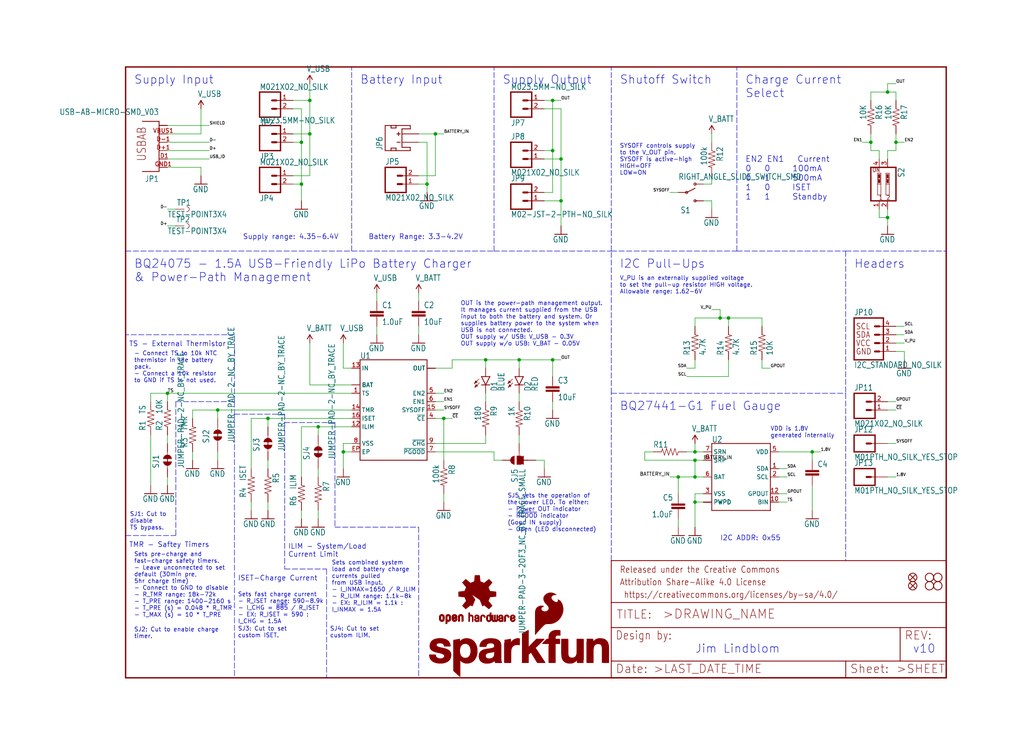
<source format=kicad_sch>
(kicad_sch (version 20211123) (generator eeschema)
  (paper "User" 310.617 225.196)
  (lib_symbols
    (symbol "eagleSchem-eagle-import:1.0UF-16V-10%(0603)"
      (property "Reference" "C" (at 1.524 2.921 0))
      (property "Value" "1.0UF-16V-10%(0603)" (at 1.524 -2.159 0))
      (symbol "1.0UF-16V-10%(0603)_1_0"
        (pin passive line (at 0 5.08 270) (length 2.54) (name "1") (number "1"))
        (pin passive line (at 0 -2.54 90) (length 2.54) (name "2") (number "2"))
      )
    )
    (symbol "eagleSchem-eagle-import:1.0UF50V10%(1206)"
      (property "Reference" "C" (at 1.524 2.921 0))
      (property "Value" "1.0UF50V10%(1206)" (at 1.524 -2.159 0))
      (symbol "1.0UF50V10%(1206)_1_0"
        (pin passive line (at 0 5.08 270) (length 2.54) (name "1") (number "1"))
        (pin passive line (at 0 -2.54 90) (length 2.54) (name "2") (number "2"))
      )
    )
    (symbol "eagleSchem-eagle-import:100KOHM-1{slash}10W-1%(0603)"
      (property "Reference" "R" (at -3.81 1.4986 0))
      (property "Value" "100KOHM-1{slash}10W-1%(0603)" (at -3.81 -3.302 0))
      (symbol "100KOHM-1{slash}10W-1%(0603)_1_0"
        (pin passive line (at -5.08 0 0) (length 2.54) (name "1") (number "1"))
        (pin passive line (at 5.08 0 180) (length 2.54) (name "2") (number "2"))
      )
    )
    (symbol "eagleSchem-eagle-import:10KOHM-1{slash}10W-1%(0603)0603"
      (property "Reference" "R" (at -3.81 1.4986 0))
      (property "Value" "10KOHM-1{slash}10W-1%(0603)0603" (at -3.81 -3.302 0))
      (symbol "10KOHM-1{slash}10W-1%(0603)0603_1_0"
        (pin passive line (at -5.08 0 0) (length 2.54) (name "1") (number "1"))
        (pin passive line (at 5.08 0 180) (length 2.54) (name "2") (number "2"))
      )
    )
    (symbol "eagleSchem-eagle-import:10UF10V10%(0805)"
      (property "Reference" "C" (at 1.524 2.921 0))
      (property "Value" "10UF10V10%(0805)" (at 1.524 -2.159 0))
      (symbol "10UF10V10%(0805)_1_0"
        (pin passive line (at 0 5.08 270) (length 2.54) (name "1") (number "1"))
        (pin passive line (at 0 -2.54 90) (length 2.54) (name "2") (number "2"))
      )
    )
    (symbol "eagleSchem-eagle-import:180OHM1{slash}10W1%(0603)"
      (property "Reference" "R" (at -3.81 1.4986 0))
      (property "Value" "180OHM1{slash}10W1%(0603)" (at -3.81 -3.302 0))
      (symbol "180OHM1{slash}10W1%(0603)_1_0"
        (pin passive line (at -5.08 0 0) (length 2.54) (name "1") (number "1"))
        (pin passive line (at 5.08 0 180) (length 2.54) (name "2") (number "2"))
      )
    )
    (symbol "eagleSchem-eagle-import:1KOHM-1{slash}10W-1%(0603)"
      (property "Reference" "R" (at -3.81 1.4986 0))
      (property "Value" "1KOHM-1{slash}10W-1%(0603)" (at -3.81 -3.302 0))
      (symbol "1KOHM-1{slash}10W-1%(0603)_1_0"
        (pin passive line (at -5.08 0 0) (length 2.54) (name "1") (number "1"))
        (pin passive line (at 5.08 0 180) (length 2.54) (name "2") (number "2"))
      )
    )
    (symbol "eagleSchem-eagle-import:4.7KOHM-1{slash}10W-1%(0603)"
      (property "Reference" "R" (at -3.81 1.4986 0))
      (property "Value" "4.7KOHM-1{slash}10W-1%(0603)" (at -3.81 -3.302 0))
      (symbol "4.7KOHM-1{slash}10W-1%(0603)_1_0"
        (pin passive line (at -5.08 0 0) (length 2.54) (name "1") (number "1"))
        (pin passive line (at 5.08 0 180) (length 2.54) (name "2") (number "2"))
      )
    )
    (symbol "eagleSchem-eagle-import:BQ24075"
      (property "Reference" "U" (at -10.16 15.494 0))
      (property "Value" "BQ24075" (at -10.16 -15.494 0))
      (symbol "BQ24075_1_0"
        (pin bidirectional line (at -12.7 5.08 0) (length 2.54) (name "TS") (number "1"))
        (pin bidirectional line (at 12.7 12.7 180) (length 2.54) (name "OUT") (number "10"))
        (pin bidirectional line (at 12.7 12.7 180) (length 2.54) (name "OUT") (number "11"))
        (pin bidirectional line (at -12.7 -5.08 0) (length 2.54) (name "ILIM") (number "12"))
        (pin bidirectional line (at -12.7 12.7 0) (length 2.54) (name "IN") (number "13"))
        (pin bidirectional line (at -12.7 0 0) (length 2.54) (name "TMR") (number "14"))
        (pin bidirectional line (at 12.7 0 180) (length 2.54) (name "SYSOFF") (number "15"))
        (pin bidirectional line (at -12.7 -2.54 0) (length 2.54) (name "ISET") (number "16"))
        (pin bidirectional line (at -12.7 7.62 0) (length 2.54) (name "BAT") (number "2"))
        (pin bidirectional line (at -12.7 7.62 0) (length 2.54) (name "BAT") (number "3"))
        (pin bidirectional line (at 12.7 -2.54 180) (length 2.54) (name "~{CE}") (number "4"))
        (pin bidirectional line (at 12.7 5.08 180) (length 2.54) (name "EN2") (number "5"))
        (pin bidirectional line (at 12.7 2.54 180) (length 2.54) (name "EN1") (number "6"))
        (pin bidirectional line (at 12.7 -12.7 180) (length 2.54) (name "~{PGOOD}") (number "7"))
        (pin bidirectional line (at -12.7 -10.16 0) (length 2.54) (name "VSS") (number "8"))
        (pin bidirectional line (at 12.7 -10.16 180) (length 2.54) (name "~{CHG}") (number "9"))
        (pin bidirectional line (at -12.7 -12.7 0) (length 2.54) (name "EP") (number "EP"))
      )
    )
    (symbol "eagleSchem-eagle-import:BQ27441-G1"
      (property "Reference" "U" (at -7.62 10.414 0))
      (property "Value" "BQ27441-G1" (at -7.62 -10.414 0))
      (symbol "BQ27441-G1_1_0"
        (pin bidirectional line (at 12.7 2.54 180) (length 2.54) (name "SDA") (number "1"))
        (pin bidirectional line (at 12.7 -7.62 180) (length 2.54) (name "BIN") (number "10"))
        (pin bidirectional line (at 12.7 -5.08 180) (length 2.54) (name "GPOUT") (number "12"))
        (pin bidirectional line (at 12.7 0 180) (length 2.54) (name "SCL") (number "2"))
        (pin bidirectional line (at -10.16 -5.08 0) (length 2.54) (name "VSS") (number "3"))
        (pin bidirectional line (at 12.7 7.62 180) (length 2.54) (name "VDD") (number "5"))
        (pin bidirectional line (at -10.16 0 0) (length 2.54) (name "BAT") (number "6"))
        (pin bidirectional line (at -10.16 7.62 0) (length 2.54) (name "SRN") (number "7"))
        (pin bidirectional line (at -10.16 5.08 0) (length 2.54) (name "SRP") (number "8"))
        (pin bidirectional line (at -10.16 -7.62 0) (length 2.54) (name "PWPD") (number "EP"))
        (pin bidirectional line (at -10.16 -7.62 0) (length 2.54) (name "PWPD") (number "EP1"))
        (pin bidirectional line (at -10.16 -7.62 0) (length 2.54) (name "PWPD") (number "EP2"))
        (pin bidirectional line (at -10.16 -7.62 0) (length 2.54) (name "PWPD") (number "EP3"))
        (pin bidirectional line (at -10.16 -7.62 0) (length 2.54) (name "PWPD") (number "EP4"))
      )
    )
    (symbol "eagleSchem-eagle-import:CAP0603-CAP"
      (property "Reference" "C" (at 1.524 2.921 0))
      (property "Value" "CAP0603-CAP" (at 1.524 -2.159 0))
      (symbol "CAP0603-CAP_1_0"
        (pin passive line (at 0 5.08 270) (length 2.54) (name "1") (number "1"))
        (pin passive line (at 0 -2.54 90) (length 2.54) (name "2") (number "2"))
      )
    )
    (symbol "eagleSchem-eagle-import:FIDUCIAL1X2")
    (symbol "eagleSchem-eagle-import:FRAME-LETTER"
      (symbol "FRAME-LETTER_2_0"
        (text " https://creativecommons.org/licenses/by-sa/4.0/" (at 2.54 24.13 0) (effects (font (size 1.9304 1.6408)) (justify left bottom)))
        (text ">DRAWING_NAME" (at 15.494 17.78 0) (effects (font (size 2.7432 2.7432)) (justify left bottom)))
        (text ">LAST_DATE_TIME" (at 12.7 1.27 0) (effects (font (size 2.54 2.54)) (justify left bottom)))
        (text ">SHEET" (at 86.36 1.27 0) (effects (font (size 2.54 2.54)) (justify left bottom)))
        (text "Attribution Share-Alike 4.0 License" (at 2.54 27.94 0) (effects (font (size 1.9304 1.6408)) (justify left bottom)))
        (text "Date:" (at 1.27 1.27 0) (effects (font (size 2.54 2.54)) (justify left bottom)))
        (text "Design by:" (at 1.27 11.43 0) (effects (font (size 2.54 2.159)) (justify left bottom)))
        (text "Released under the Creative Commons" (at 2.54 31.75 0) (effects (font (size 1.9304 1.6408)) (justify left bottom)))
        (text "REV:" (at 88.9 11.43 0) (effects (font (size 2.54 2.54)) (justify left bottom)))
        (text "Sheet:" (at 72.39 1.27 0) (effects (font (size 2.54 2.54)) (justify left bottom)))
        (text "TITLE:" (at 1.524 17.78 0) (effects (font (size 2.54 2.54)) (justify left bottom)))
      )
    )
    (symbol "eagleSchem-eagle-import:GND" (power)
      (property "Value" "GND" (at -2.54 -2.54 0))
      (symbol "GND_1_0"
        (pin power_in line (at 0 2.54 270) (length 2.54) (name "GND") (number "1"))
      )
    )
    (symbol "eagleSchem-eagle-import:I2C_STANDARD_NO_SILK"
      (property "Reference" "JP" (at -2.54 13.462 0))
      (property "Value" "I2C_STANDARD_NO_SILK" (at -2.54 -2.54 0))
      (symbol "I2C_STANDARD_NO_SILK_1_0"
        (text "GND" (at -2.032 2.54 0) (effects (font (size 1.778 1.5113)) (justify left)))
        (text "SCL" (at -2.032 10.16 0) (effects (font (size 1.778 1.5113)) (justify left)))
        (text "SDA" (at -2.032 7.62 0) (effects (font (size 1.778 1.5113)) (justify left)))
        (text "VCC" (at -2.032 5.08 0) (effects (font (size 1.778 1.5113)) (justify left)))
        (pin passive line (at 10.16 2.54 180) (length 5.08) (name "1") (number "1"))
        (pin passive line (at 10.16 5.08 180) (length 5.08) (name "2") (number "2"))
        (pin passive line (at 10.16 7.62 180) (length 5.08) (name "3") (number "3"))
        (pin passive line (at 10.16 10.16 180) (length 5.08) (name "4") (number "4"))
      )
    )
    (symbol "eagleSchem-eagle-import:JST_2MM_MALE"
      (property "Reference" "JP" (at -2.54 5.842 0))
      (symbol "JST_2MM_MALE_1_0"
        (pin bidirectional line (at 0 -5.08 90) (length 5.08) (name "-") (number "1"))
        (pin bidirectional line (at 2.54 -5.08 90) (length 5.08) (name "+") (number "2"))
        (pin bidirectional line (at -2.54 2.54 90) (length 0) (name "PAD1") (number "NC1"))
        (pin bidirectional line (at 5.08 2.54 90) (length 0) (name "PAD2") (number "NC2"))
      )
    )
    (symbol "eagleSchem-eagle-import:JUMPER-PAD-2-NC_BY_TRACE"
      (property "Reference" "SJ" (at -2.54 2.54 0))
      (property "Value" "JUMPER-PAD-2-NC_BY_TRACE" (at -2.54 -5.08 0))
      (symbol "JUMPER-PAD-2-NC_BY_TRACE_1_0"
        (pin passive line (at -5.08 0 0) (length 2.54) (name "1") (number "1"))
        (pin passive line (at 5.08 0 180) (length 2.54) (name "2") (number "2"))
      )
    )
    (symbol "eagleSchem-eagle-import:JUMPER-PAD-3-2OF3_NC_BY_TRACE_SMALL"
      (property "Reference" "JP" (at 2.54 0.381 0))
      (property "Value" "JUMPER-PAD-3-2OF3_NC_BY_TRACE_SMALL" (at 2.54 -1.905 0))
      (symbol "JUMPER-PAD-3-2OF3_NC_BY_TRACE_SMALL_1_0"
        (pin passive line (at 0 5.08 270) (length 2.54) (name "1") (number "1"))
        (pin passive line (at -5.08 0 0) (length 2.54) (name "2") (number "2"))
        (pin passive line (at 0 -5.08 90) (length 2.54) (name "3") (number "3"))
      )
    )
    (symbol "eagleSchem-eagle-import:LED-BLUE0603"
      (property "Reference" "D" (at 3.556 -4.572 90))
      (property "Value" "LED-BLUE0603" (at 5.715 -4.572 90))
      (symbol "LED-BLUE0603_1_0"
        (pin passive line (at 0 2.54 270) (length 2.54) (name "A") (number "A"))
        (pin passive line (at 0 -5.08 90) (length 2.54) (name "C") (number "C"))
      )
    )
    (symbol "eagleSchem-eagle-import:LED-RED0603"
      (property "Reference" "D" (at 3.556 -4.572 90))
      (property "Value" "LED-RED0603" (at 5.715 -4.572 90))
      (symbol "LED-RED0603_1_0"
        (pin passive line (at 0 2.54 270) (length 2.54) (name "A") (number "A"))
        (pin passive line (at 0 -5.08 90) (length 2.54) (name "C") (number "C"))
      )
    )
    (symbol "eagleSchem-eagle-import:M01PTH_NO_SILK_YES_STOP"
      (property "Reference" "J" (at -2.54 3.302 0))
      (property "Value" "M01PTH_NO_SILK_YES_STOP" (at -2.54 -5.08 0))
      (symbol "M01PTH_NO_SILK_YES_STOP_1_0"
        (pin passive line (at 7.62 0 180) (length 5.08) (name "1") (number "1"))
      )
    )
    (symbol "eagleSchem-eagle-import:M02-JST-2-PTH-NO_SILK"
      (property "Reference" "JP" (at -2.54 5.842 0))
      (property "Value" "M02-JST-2-PTH-NO_SILK" (at -2.54 -5.08 0))
      (symbol "M02-JST-2-PTH-NO_SILK_1_0"
        (pin passive line (at 7.62 0 180) (length 5.08) (name "1") (number "1"))
        (pin passive line (at 7.62 2.54 180) (length 5.08) (name "2") (number "2"))
      )
    )
    (symbol "eagleSchem-eagle-import:M021X02_NO_SILK"
      (property "Reference" "JP" (at -2.54 5.842 0))
      (property "Value" "M021X02_NO_SILK" (at -2.54 -5.08 0))
      (symbol "M021X02_NO_SILK_1_0"
        (pin passive line (at 7.62 0 180) (length 5.08) (name "1") (number "1"))
        (pin passive line (at 7.62 2.54 180) (length 5.08) (name "2") (number "2"))
      )
    )
    (symbol "eagleSchem-eagle-import:M023.5MM-NO_SILK"
      (property "Reference" "JP" (at -2.54 5.842 0))
      (property "Value" "M023.5MM-NO_SILK" (at -2.54 -5.08 0))
      (symbol "M023.5MM-NO_SILK_1_0"
        (pin passive line (at 7.62 0 180) (length 5.08) (name "1") (number "1"))
        (pin passive line (at 7.62 2.54 180) (length 5.08) (name "2") (number "2"))
      )
    )
    (symbol "eagleSchem-eagle-import:OSHW-LOGOS")
    (symbol "eagleSchem-eagle-import:RESISTOR0603-RES"
      (property "Reference" "R" (at -3.81 1.4986 0))
      (property "Value" "RESISTOR0603-RES" (at -3.81 -3.302 0))
      (symbol "RESISTOR0603-RES_1_0"
        (pin passive line (at -5.08 0 0) (length 2.54) (name "1") (number "1"))
        (pin passive line (at 5.08 0 180) (length 2.54) (name "2") (number "2"))
      )
    )
    (symbol "eagleSchem-eagle-import:RESISTOR1206"
      (property "Reference" "R" (at -3.81 1.4986 0))
      (property "Value" "RESISTOR1206" (at -3.81 -3.302 0))
      (symbol "RESISTOR1206_1_0"
        (pin passive line (at -5.08 0 0) (length 2.54) (name "1") (number "1"))
        (pin passive line (at 5.08 0 180) (length 2.54) (name "2") (number "2"))
      )
    )
    (symbol "eagleSchem-eagle-import:RESISTORPTH-1{slash}6W"
      (property "Reference" "R" (at -3.81 1.4986 0))
      (property "Value" "RESISTORPTH-1{slash}6W" (at -3.81 -3.302 0))
      (symbol "RESISTORPTH-1{slash}6W_1_0"
        (pin passive line (at -5.08 0 0) (length 2.54) (name "1") (number "1"))
        (pin passive line (at 5.08 0 180) (length 2.54) (name "2") (number "2"))
      )
    )
    (symbol "eagleSchem-eagle-import:SFE_LOGO_NAME.1_INCH")
    (symbol "eagleSchem-eagle-import:SFE_LOGO_NAME_FLAME.1_INCH")
    (symbol "eagleSchem-eagle-import:STAND-OFF")
    (symbol "eagleSchem-eagle-import:SWITCH-SPDT-SMD-A"
      (property "Reference" "S" (at -1.905 -6.35 0))
      (property "Value" "SWITCH-SPDT-SMD-A" (at -2.54 3.81 0))
      (symbol "SWITCH-SPDT-SMD-A_1_0"
        (pin passive line (at 5.08 2.54 180) (length 2.54) (name "O") (number "1"))
        (pin passive line (at -2.54 0 0) (length 2.54) (name "P") (number "2"))
        (pin passive line (at 5.08 -2.54 180) (length 2.54) (name "S") (number "3"))
      )
    )
    (symbol "eagleSchem-eagle-import:SW_DIP-2-SMT-HALFSIZE"
      (property "Reference" "SW" (at -5.08 3.175 0))
      (property "Value" "SW_DIP-2-SMT-HALFSIZE" (at -5.08 -7.62 0))
      (symbol "SW_DIP-2-SMT-HALFSIZE_1_0"
        (text "1" (at 4.826 -2.667 900) (effects (font (size 1.27 1.0795)) (justify left bottom)))
        (text "2" (at 4.826 -0.381 900) (effects (font (size 1.27 1.0795)) (justify left bottom)))
        (text "ON" (at -3.556 -4.699 900) (effects (font (size 1.27 1.0795)) (justify left bottom)))
        (pin passive line (at 7.62 -2.54 180) (length 2.54) (name "1") (number "1"))
        (pin passive line (at 7.62 0 180) (length 2.54) (name "2") (number "2"))
        (pin passive line (at -7.62 0 0) (length 2.54) (name "3") (number "3"))
        (pin passive line (at -7.62 -2.54 0) (length 2.54) (name "4") (number "4"))
      )
    )
    (symbol "eagleSchem-eagle-import:TEST-POINT3X4"
      (property "Reference" "TP" (at -2.54 2.54 0))
      (property "Value" "TEST-POINT3X4" (at -2.54 -2.54 0))
      (symbol "TEST-POINT3X4_1_0"
        (pin bidirectional line (at 0 0 180) (length 0) (name "1") (number "P$1"))
      )
    )
    (symbol "eagleSchem-eagle-import:USB-ABCONN-11794"
      (property "Reference" "JP" (at -2.54 7.62 0))
      (property "Value" "USB-ABCONN-11794" (at -2.54 -12.7 0))
      (symbol "USB-ABCONN-11794_1_0"
        (text "USBAB" (at 1.27 -7.366 900) (effects (font (size 2.54 2.159)) (justify left bottom)))
        (pin bidirectional line (at -5.08 0 0) (length 2.54) (name "D+") (number "D+1"))
        (pin bidirectional line (at -5.08 -2.54 0) (length 2.54) (name "D-") (number "D-1"))
        (pin bidirectional line (at -5.08 5.08 0) (length 2.54) (name "GND") (number "GND1"))
        (pin bidirectional line (at -5.08 2.54 0) (length 2.54) (name "USBID") (number "ID1"))
        (pin bidirectional line (at -5.08 -7.62 0) (length 2.54) (name "SHIELD") (number "SHIELD1"))
        (pin bidirectional line (at -5.08 -7.62 0) (length 2.54) (name "SHIELD") (number "SHIELD2"))
        (pin bidirectional line (at -5.08 -7.62 0) (length 2.54) (name "SHIELD") (number "SHIELD3"))
        (pin bidirectional line (at -5.08 -5.08 0) (length 2.54) (name "VBUS") (number "VBUS1"))
      )
    )
    (symbol "eagleSchem-eagle-import:V_BATT" (power)
      (property "Value" "V_BATT" (at -1.016 3.556 0))
      (symbol "V_BATT_1_0"
        (pin power_in line (at 0 0 90) (length 2.54) (name "V_BATT") (number "1"))
      )
    )
    (symbol "eagleSchem-eagle-import:V_USB" (power)
      (property "Value" "V_USB" (at -1.016 3.556 0))
      (symbol "V_USB_1_0"
        (pin power_in line (at 0 0 90) (length 2.54) (name "V_USB") (number "1"))
      )
    )
  )
  (junction (at 134.62 127))
  (junction (at 167.64 45.72))
  (junction (at 66.04 124.46))
  (junction (at 269.24 27.94))
  (junction (at 205.74 144.78))
  (junction (at 210.82 152.4))
  (junction (at 157.48 109.22))
  (junction (at 264.16 43.18))
  (junction (at 104.14 137.16))
  (junction (at 132.08 40.64))
  (junction (at 91.44 55.88))
  (junction (at 170.18 60.96))
  (junction (at 246.38 137.16))
  (junction (at 167.64 109.22))
  (junction (at 210.82 139.7))
  (junction (at 271.78 43.18))
  (junction (at 50.8 119.38))
  (junction (at 93.98 40.64))
  (junction (at 96.52 129.54))
  (junction (at 167.64 30.48))
  (junction (at 91.44 43.18))
  (junction (at 170.18 48.26))
  (junction (at 81.28 127))
  (junction (at 269.24 66.04))
  (junction (at 93.98 30.48))
  (junction (at 147.32 109.22))
  (junction (at 218.44 96.52))
  (junction (at 210.82 137.16))
  (junction (at 220.98 96.52))
  (junction (at 210.82 144.78))
  (junction (at 129.54 55.88))
  (wire (pts (xy 50.8 43.18) (xy 63.5 43.18)))
  (polyline (pts (xy 106.68 76.2) (xy 106.68 20.32)))
  (wire (pts (xy 106.68 111.76) (xy 104.14 111.76)))
  (wire (pts (xy 81.28 154.94) (xy 81.28 152.4)))
  (wire (pts (xy 53.34 68.58) (xy 50.8 68.58)))
  (wire (pts (xy 264.16 43.18) (xy 264.16 40.64)))
  (wire (pts (xy 106.68 129.54) (xy 96.52 129.54)))
  (wire (pts (xy 231.14 99.06) (xy 231.14 96.52)))
  (wire (pts (xy 76.2 152.4) (xy 76.2 154.94)))
  (wire (pts (xy 132.08 124.46) (xy 134.62 124.46)))
  (polyline (pts (xy 149.86 76.2) (xy 149.86 20.32)))
  (wire (pts (xy 215.9 60.96) (xy 215.9 63.5)))
  (wire (pts (xy 127 55.88) (xy 129.54 55.88)))
  (wire (pts (xy 236.22 149.86) (xy 238.76 149.86)))
  (wire (pts (xy 88.9 33.02) (xy 91.44 33.02)))
  (polyline (pts (xy 71.12 101.6) (xy 38.1 101.6)))
  (polyline (pts (xy 86.36 172.72) (xy 99.06 172.72)))
  (wire (pts (xy 271.78 99.06) (xy 274.32 99.06)))
  (wire (pts (xy 231.14 111.76) (xy 233.68 111.76)))
  (wire (pts (xy 266.7 48.26) (xy 266.7 45.72)))
  (wire (pts (xy 218.44 93.98) (xy 215.9 93.98)))
  (wire (pts (xy 269.24 124.46) (xy 271.78 124.46)))
  (polyline (pts (xy 256.54 76.2) (xy 287.02 76.2)))
  (wire (pts (xy 88.9 30.48) (xy 93.98 30.48)))
  (wire (pts (xy 210.82 109.22) (xy 210.82 111.76)))
  (wire (pts (xy 96.52 144.78) (xy 96.52 142.24)))
  (wire (pts (xy 266.7 66.04) (xy 269.24 66.04)))
  (wire (pts (xy 50.8 119.38) (xy 45.72 119.38)))
  (polyline (pts (xy 185.42 119.38) (xy 185.42 76.2)))
  (wire (pts (xy 210.82 111.76) (xy 208.28 111.76)))
  (wire (pts (xy 157.48 111.76) (xy 157.48 109.22)))
  (wire (pts (xy 210.82 144.78) (xy 205.74 144.78)))
  (wire (pts (xy 132.08 119.38) (xy 134.62 119.38)))
  (wire (pts (xy 269.24 66.04) (xy 269.24 63.5)))
  (polyline (pts (xy 106.68 76.2) (xy 149.86 76.2)))
  (wire (pts (xy 147.32 109.22) (xy 157.48 109.22)))
  (wire (pts (xy 215.9 55.88) (xy 215.9 53.34)))
  (wire (pts (xy 274.32 43.18) (xy 271.78 43.18)))
  (wire (pts (xy 76.2 142.24) (xy 76.2 127)))
  (wire (pts (xy 91.44 43.18) (xy 91.44 55.88)))
  (wire (pts (xy 165.1 58.42) (xy 167.64 58.42)))
  (polyline (pts (xy 71.12 125.73) (xy 86.36 125.73)))
  (wire (pts (xy 165.1 33.02) (xy 170.18 33.02)))
  (wire (pts (xy 66.04 139.7) (xy 66.04 137.16)))
  (wire (pts (xy 106.68 116.84) (xy 93.98 116.84)))
  (wire (pts (xy 66.04 124.46) (xy 58.42 124.46)))
  (polyline (pts (xy 53.34 121.92) (xy 53.34 162.56)))
  (wire (pts (xy 170.18 60.96) (xy 170.18 68.58)))
  (wire (pts (xy 58.42 124.46) (xy 58.42 127)))
  (polyline (pts (xy 185.42 170.18) (xy 185.42 119.38)))
  (wire (pts (xy 58.42 139.7) (xy 58.42 137.16)))
  (wire (pts (xy 129.54 43.18) (xy 129.54 55.88)))
  (wire (pts (xy 106.68 124.46) (xy 66.04 124.46)))
  (wire (pts (xy 149.86 137.16) (xy 149.86 139.7)))
  (wire (pts (xy 127 101.6) (xy 127 99.06)))
  (wire (pts (xy 248.92 137.16) (xy 246.38 137.16)))
  (wire (pts (xy 213.36 60.96) (xy 215.9 60.96)))
  (wire (pts (xy 66.04 127) (xy 66.04 124.46)))
  (wire (pts (xy 210.82 137.16) (xy 208.28 137.16)))
  (wire (pts (xy 129.54 55.88) (xy 129.54 58.42)))
  (wire (pts (xy 127 53.34) (xy 132.08 53.34)))
  (wire (pts (xy 195.58 137.16) (xy 198.12 137.16)))
  (wire (pts (xy 106.68 134.62) (xy 104.14 134.62)))
  (wire (pts (xy 269.24 27.94) (xy 271.78 27.94)))
  (polyline (pts (xy 71.12 121.92) (xy 71.12 101.6)))
  (polyline (pts (xy 101.6 128.27) (xy 101.6 160.02)))
  (wire (pts (xy 165.1 142.24) (xy 165.1 139.7)))
  (wire (pts (xy 271.78 43.18) (xy 271.78 40.64)))
  (wire (pts (xy 149.86 139.7) (xy 152.4 139.7)))
  (polyline (pts (xy 86.36 125.73) (xy 86.36 128.27)))
  (wire (pts (xy 264.16 30.48) (xy 264.16 27.94)))
  (wire (pts (xy 165.1 30.48) (xy 167.64 30.48)))
  (wire (pts (xy 213.36 137.16) (xy 210.82 137.16)))
  (polyline (pts (xy 71.12 125.73) (xy 71.12 205.74)))
  (wire (pts (xy 45.72 121.92) (xy 45.72 119.38)))
  (wire (pts (xy 220.98 109.22) (xy 220.98 114.3)))
  (wire (pts (xy 147.32 134.62) (xy 147.32 132.08)))
  (wire (pts (xy 271.78 43.18) (xy 271.78 45.72)))
  (wire (pts (xy 210.82 144.78) (xy 213.36 144.78)))
  (wire (pts (xy 264.16 27.94) (xy 269.24 27.94)))
  (wire (pts (xy 261.62 43.18) (xy 264.16 43.18)))
  (wire (pts (xy 127 40.64) (xy 132.08 40.64)))
  (wire (pts (xy 50.8 134.62) (xy 50.8 132.08)))
  (wire (pts (xy 218.44 96.52) (xy 218.44 93.98)))
  (wire (pts (xy 137.16 111.76) (xy 137.16 109.22)))
  (wire (pts (xy 50.8 119.38) (xy 50.8 121.92)))
  (wire (pts (xy 50.8 147.32) (xy 50.8 144.78)))
  (wire (pts (xy 220.98 99.06) (xy 220.98 96.52)))
  (wire (pts (xy 271.78 101.6) (xy 274.32 101.6)))
  (wire (pts (xy 96.52 157.48) (xy 96.52 154.94)))
  (wire (pts (xy 93.98 116.84) (xy 93.98 104.14)))
  (wire (pts (xy 167.64 124.46) (xy 167.64 121.92)))
  (wire (pts (xy 134.62 127) (xy 134.62 139.7)))
  (wire (pts (xy 157.48 134.62) (xy 157.48 132.08)))
  (wire (pts (xy 45.72 132.08) (xy 45.72 147.32)))
  (wire (pts (xy 147.32 111.76) (xy 147.32 109.22)))
  (wire (pts (xy 91.44 33.02) (xy 91.44 43.18)))
  (wire (pts (xy 104.14 111.76) (xy 104.14 104.14)))
  (wire (pts (xy 114.3 88.9) (xy 114.3 91.44)))
  (wire (pts (xy 50.8 45.72) (xy 63.5 45.72)))
  (wire (pts (xy 167.64 58.42) (xy 167.64 45.72)))
  (wire (pts (xy 220.98 96.52) (xy 218.44 96.52)))
  (wire (pts (xy 91.44 55.88) (xy 91.44 60.96)))
  (wire (pts (xy 81.28 129.54) (xy 81.28 127)))
  (wire (pts (xy 93.98 40.64) (xy 93.98 30.48)))
  (wire (pts (xy 210.82 139.7) (xy 195.58 139.7)))
  (wire (pts (xy 220.98 114.3) (xy 208.28 114.3)))
  (wire (pts (xy 170.18 33.02) (xy 170.18 48.26)))
  (wire (pts (xy 147.32 119.38) (xy 147.32 121.92)))
  (wire (pts (xy 167.64 45.72) (xy 167.64 30.48)))
  (wire (pts (xy 81.28 127) (xy 76.2 127)))
  (wire (pts (xy 266.7 45.72) (xy 264.16 45.72)))
  (wire (pts (xy 210.82 137.16) (xy 210.82 134.62)))
  (wire (pts (xy 132.08 127) (xy 134.62 127)))
  (wire (pts (xy 274.32 106.68) (xy 274.32 109.22)))
  (wire (pts (xy 269.24 144.78) (xy 271.78 144.78)))
  (wire (pts (xy 167.64 30.48) (xy 170.18 30.48)))
  (wire (pts (xy 134.62 152.4) (xy 134.62 149.86)))
  (wire (pts (xy 210.82 139.7) (xy 210.82 144.78)))
  (wire (pts (xy 81.28 139.7) (xy 81.28 142.24)))
  (wire (pts (xy 96.52 132.08) (xy 96.52 129.54)))
  (wire (pts (xy 205.74 144.78) (xy 203.2 144.78)))
  (wire (pts (xy 60.96 50.8) (xy 60.96 53.34)))
  (wire (pts (xy 50.8 50.8) (xy 60.96 50.8)))
  (wire (pts (xy 205.74 149.86) (xy 205.74 144.78)))
  (wire (pts (xy 162.56 139.7) (xy 165.1 139.7)))
  (wire (pts (xy 170.18 48.26) (xy 170.18 60.96)))
  (wire (pts (xy 91.44 157.48) (xy 91.44 154.94)))
  (wire (pts (xy 195.58 139.7) (xy 195.58 137.16)))
  (wire (pts (xy 88.9 55.88) (xy 91.44 55.88)))
  (wire (pts (xy 96.52 129.54) (xy 91.44 129.54)))
  (wire (pts (xy 269.24 66.04) (xy 269.24 68.58)))
  (wire (pts (xy 210.82 152.4) (xy 210.82 160.02)))
  (wire (pts (xy 93.98 53.34) (xy 93.98 40.64)))
  (wire (pts (xy 93.98 30.48) (xy 93.98 25.4)))
  (wire (pts (xy 104.14 134.62) (xy 104.14 137.16)))
  (wire (pts (xy 205.74 160.02) (xy 205.74 157.48)))
  (polyline (pts (xy 127 160.02) (xy 127 205.74)))
  (wire (pts (xy 271.78 106.68) (xy 274.32 106.68)))
  (wire (pts (xy 269.24 27.94) (xy 269.24 25.4)))
  (wire (pts (xy 104.14 137.16) (xy 104.14 142.24)))
  (wire (pts (xy 132.08 137.16) (xy 149.86 137.16)))
  (wire (pts (xy 271.78 27.94) (xy 271.78 30.48)))
  (wire (pts (xy 106.68 119.38) (xy 50.8 119.38)))
  (wire (pts (xy 213.36 152.4) (xy 210.82 152.4)))
  (wire (pts (xy 132.08 111.76) (xy 137.16 111.76)))
  (wire (pts (xy 264.16 43.18) (xy 264.16 45.72)))
  (wire (pts (xy 60.96 40.64) (xy 60.96 33.02)))
  (wire (pts (xy 210.82 96.52) (xy 218.44 96.52)))
  (wire (pts (xy 210.82 149.86) (xy 210.82 152.4)))
  (wire (pts (xy 165.1 60.96) (xy 170.18 60.96)))
  (wire (pts (xy 106.68 127) (xy 81.28 127)))
  (wire (pts (xy 246.38 154.94) (xy 246.38 147.32)))
  (polyline (pts (xy 71.12 121.92) (xy 71.12 125.73)))
  (polyline (pts (xy 256.54 119.38) (xy 256.54 170.18)))
  (wire (pts (xy 137.16 109.22) (xy 147.32 109.22)))
  (polyline (pts (xy 185.42 119.38) (xy 256.54 119.38)))
  (wire (pts (xy 106.68 137.16) (xy 104.14 137.16)))
  (wire (pts (xy 231.14 96.52) (xy 220.98 96.52)))
  (polyline (pts (xy 101.6 128.27) (xy 86.36 128.27)))
  (wire (pts (xy 269.24 48.26) (xy 269.24 45.72)))
  (wire (pts (xy 88.9 40.64) (xy 93.98 40.64)))
  (polyline (pts (xy 223.52 76.2) (xy 223.52 20.32)))
  (wire (pts (xy 157.48 119.38) (xy 157.48 121.92)))
  (wire (pts (xy 134.62 127) (xy 137.16 127)))
  (wire (pts (xy 236.22 142.24) (xy 238.76 142.24)))
  (wire (pts (xy 269.24 121.92) (xy 271.78 121.92)))
  (polyline (pts (xy 256.54 76.2) (xy 256.54 119.38)))
  (polyline (pts (xy 38.1 76.2) (xy 106.68 76.2)))
  (polyline (pts (xy 99.06 172.72) (xy 99.06 205.74)))
  (polyline (pts (xy 38.1 162.56) (xy 53.34 162.56)))
  (wire (pts (xy 213.36 149.86) (xy 210.82 149.86)))
  (polyline (pts (xy 223.52 76.2) (xy 256.54 76.2)))
  (wire (pts (xy 231.14 109.22) (xy 231.14 111.76)))
  (wire (pts (xy 167.64 109.22) (xy 170.18 109.22)))
  (wire (pts (xy 246.38 137.16) (xy 246.38 139.7)))
  (wire (pts (xy 88.9 43.18) (xy 91.44 43.18)))
  (wire (pts (xy 269.24 25.4) (xy 271.78 25.4)))
  (wire (pts (xy 236.22 144.78) (xy 238.76 144.78)))
  (polyline (pts (xy 185.42 76.2) (xy 185.42 20.32)))
  (polyline (pts (xy 53.34 121.92) (xy 71.12 121.92)))
  (wire (pts (xy 88.9 53.34) (xy 93.98 53.34)))
  (wire (pts (xy 91.44 129.54) (xy 91.44 144.78)))
  (wire (pts (xy 205.74 58.42) (xy 203.2 58.42)))
  (wire (pts (xy 165.1 48.26) (xy 170.18 48.26)))
  (wire (pts (xy 213.36 139.7) (xy 210.82 139.7)))
  (wire (pts (xy 167.64 114.3) (xy 167.64 109.22)))
  (wire (pts (xy 157.48 109.22) (xy 167.64 109.22)))
  (wire (pts (xy 50.8 38.1) (xy 63.5 38.1)))
  (wire (pts (xy 132.08 53.34) (xy 132.08 40.64)))
  (wire (pts (xy 127 88.9) (xy 127 91.44)))
  (wire (pts (xy 215.9 40.64) (xy 215.9 43.18)))
  (wire (pts (xy 127 43.18) (xy 129.54 43.18)))
  (polyline (pts (xy 185.42 76.2) (xy 223.52 76.2)))
  (wire (pts (xy 266.7 66.04) (xy 266.7 63.5)))
  (wire (pts (xy 165.1 45.72) (xy 167.64 45.72)))
  (wire (pts (xy 210.82 96.52) (xy 210.82 99.06)))
  (wire (pts (xy 50.8 40.64) (xy 60.96 40.64)))
  (wire (pts (xy 53.34 63.5) (xy 50.8 63.5)))
  (wire (pts (xy 236.22 152.4) (xy 238.76 152.4)))
  (wire (pts (xy 132.08 121.92) (xy 134.62 121.92)))
  (polyline (pts (xy 86.36 128.27) (xy 86.36 172.72)))
  (wire (pts (xy 132.08 134.62) (xy 147.32 134.62)))
  (polyline (pts (xy 101.6 160.02) (xy 127 160.02)))
  (wire (pts (xy 236.22 137.16) (xy 246.38 137.16)))
  (wire (pts (xy 269.24 134.62) (xy 271.78 134.62)))
  (wire (pts (xy 271.78 104.14) (xy 274.32 104.14)))
  (wire (pts (xy 213.36 55.88) (xy 215.9 55.88)))
  (polyline (pts (xy 149.86 76.2) (xy 185.42 76.2)))
  (wire (pts (xy 50.8 48.26) (xy 63.5 48.26)))
  (wire (pts (xy 114.3 101.6) (xy 114.3 99.06)))
  (wire (pts (xy 269.24 45.72) (xy 271.78 45.72)))
  (wire (pts (xy 132.08 40.64) (xy 134.62 40.64)))
  (text "ILIM - System/Load\nCurrent Limit" (at 87.376 165.1 180) (effects (font (size 1.524 1.524)) (justify left top)))
  (text "Jim Lindblom" (at 210.82 195.58 180) (effects (font (size 2.54 2.54)) (justify left top)))
  (text "TMR - Saftey Timers" (at 39.116 164.592 180) (effects (font (size 1.524 1.524)) (justify left top)))
  (text "VDD is 1.8V\ngenerated internally" (at 233.68 129.54 180) (effects (font (size 1.27 1.27)) (justify left top)))
  (text "Headers" (at 259.08 78.74 180) (effects (font (size 2.54 2.54)) (justify left top)))
  (text "SJ4: Cut to set\ncustom ILIM." (at 100.076 190.246 180) (effects (font (size 1.27 1.27)) (justify left top)))
  (text "Sets fast charge current\n- R_ISET range: 590-8.9k\n- I_CHG = ~{885} / R_ISET\n- EX: R_ISET = 590 :\nI_CHG = 1.5A" (at 72.136 179.832 0) (effects (font (size 1.27 1.27)) (justify left top)))
  (text "EN2 EN1   Current\n0   0     100mA\n0   1     500mA\n1   0     ISET\n1   1     Standby" (at 226.06 60.96 0) (effects (font (size 1.778 1.778)) (justify left bottom)))
  (text "Shutoff Switch" (at 187.96 22.86 180) (effects (font (size 2.54 2.54)) (justify left top)))
  (text "SJ5 sets the operation of\nthe power LED. To either:\n- Power OUT indicator\n- ~{PGOOD} indicator\n(Good IN supply)\n- Open (LED disconnected)" (at 153.924 149.86 0) (effects (font (size 1.27 1.27)) (justify left top)))
  (text "Battery Input" (at 109.22 22.86 180) (effects (font (size 2.54 2.54)) (justify left top)))
  (text "BQ24075 - 1.5A USB-Friendly LiPo Battery Charger\n& Power-Path Management" (at 40.64 78.74 0) (effects (font (size 2.54 2.54)) (justify left top)))
  (text "ISET-Charge Current" (at 72.136 174.752 180) (effects (font (size 1.524 1.524)) (justify left top)))
  (text "Sets combined system\nload and battery charge\ncurrents pulled\nfrom USB input.\n- I_INMAX=1650 / R_ILIM\n- R_ILIM range: 1.1k-8k\n- EX: R_ILIM = 1.1k :\nI_INMAX = 1.5A" (at 100.584 170.18 0) (effects (font (size 1.27 1.27)) (justify left top)))
  (text "OUT is the power-path management output.\nIt manages current supplied from the USB\ninput to both the battery and system. Or\nsupplies battery power to the system when\nUSB is not connected.\nOUT supply w/ USB: V_USB - 0.3V\nOUT supply w/o USB: V_BAT - 0.05V" (at 139.7 91.44 0) (effects (font (size 1.27 1.27)) (justify left top)))
  (text "Charge Current\nSelect" (at 226.06 22.86 180) (effects (font (size 2.54 2.54)) (justify left top)))
  (text "V_PU is an externally supplied voltage\nto set the pull-up resistor HIGH voltage.\nAllowable range: 1.62-6V" (at 187.96 83.82 0) (effects (font (size 1.27 1.27)) (justify left top)))
  (text "- Connect TS to 10k NTC\nthermistor in the battery\npack.\n- Connect a 10k resistor\nto GND if TS is not used." (at 40.64 106.68 0) (effects (font (size 1.27 1.27)) (justify left top)))
  (text "I2C Pull-Ups" (at 187.96 78.74 180) (effects (font (size 2.54 2.54)) (justify left top)))
  (text "v10" (at 276.86 195.58 180) (effects (font (size 2.54 2.54)) (justify left top)))
  (text "SYSOFF controls supply\nto the V_OUT pin.\nSYSOFF is active-high\nHIGH=OFF\nLOW=ON" (at 187.96 53.34 0) (effects (font (size 1.27 1.27)) (justify left bottom)))
  (text "SJ2: Cut to enable charge\ntimer." (at 40.64 190.5 180) (effects (font (size 1.27 1.27)) (justify left top)))
  (text "Supply Input" (at 40.64 22.86 180) (effects (font (size 2.54 2.54)) (justify left top)))
  (text "SJ1: Cut to\ndisable\nTS bypass." (at 39.37 161.036 180) (effects (font (size 1.27 1.27)) (justify left bottom)))
  (text "Supply Output" (at 152.4 22.86 180) (effects (font (size 2.54 2.54)) (justify left top)))
  (text "Sets pre-charge and\nfast-charge safety timers.\n- Leave unconnected to set\ndefault (30min pre,\n5hr charge time)\n- Connect to GND to disable\n- R_TMR range: 18k-72k\n- T_PRE range: 1400-2160 s\n- T_PRE (s) = 0.048 * R_TMR\n- T_MAX (s) = 10 * T_PRE" (at 40.64 167.64 0) (effects (font (size 1.27 1.27)) (justify left top)))
  (text "Supply range: 4.35-6.4V" (at 73.66 71.12 180) (effects (font (size 1.524 1.524)) (justify left top)))
  (text "TS - External Thermistor" (at 39.116 103.632 180) (effects (font (size 1.524 1.524)) (justify left top)))
  (text "Battery Range: 3.3-4.2V" (at 111.76 71.12 180) (effects (font (size 1.524 1.524)) (justify left top)))
  (text "I2C ADDR: 0x55" (at 218.44 162.56 180) (effects (font (size 1.524 1.524)) (justify left top)))
  (text "BQ27441-G1 Fuel Gauge" (at 187.96 121.92 180) (effects (font (size 2.54 2.54)) (justify left top)))
  (text "SJ3: Cut to set\ncustom ISET." (at 72.136 190.246 180) (effects (font (size 1.27 1.27)) (justify left top)))
  (label "D-" (at 50.8 63.5 180) (effects (font (size 0.889 0.889))))
  (label "EN1" (at 261.62 43.18 180) (effects (font (size 0.889 0.889))))
  (label "1.8V" (at 271.78 144.78 0) (effects (font (size 0.889 0.889))))
  (label "SYSOFF" (at 203.2 58.42 180) (effects (font (size 0.889 0.889))))
  (label "V_PU" (at 215.9 93.98 180) (effects (font (size 0.889 0.889))))
  (label "SCL" (at 274.32 99.06 0) (effects (font (size 0.889 0.889))))
  (label "SYSOFF" (at 134.62 124.46 0) (effects (font (size 0.889 0.889))))
  (label "BATTERY_IN" (at 134.62 40.64 0) (effects (font (size 0.889 0.889))))
  (label "OUT" (at 170.18 30.48 0) (effects (font (size 0.889 0.889))))
  (label "OUT" (at 170.18 109.22 0) (effects (font (size 0.889 0.889))))
  (label "OUT" (at 271.78 25.4 0) (effects (font (size 0.889 0.889))))
  (label "SYSOFF" (at 271.78 134.62 0) (effects (font (size 0.889 0.889))))
  (label "~{CE}" (at 137.16 127 0) (effects (font (size 0.889 0.889))))
  (label "EN1" (at 134.62 121.92 0) (effects (font (size 0.889 0.889))))
  (label "D+" (at 63.5 45.72 0) (effects (font (size 0.889 0.889))))
  (label "SCL" (at 208.28 114.3 180) (effects (font (size 0.889 0.889))))
  (label "SDA" (at 274.32 101.6 0) (effects (font (size 0.889 0.889))))
  (label "SHIELD" (at 63.5 38.1 0) (effects (font (size 0.889 0.889))))
  (label "D+" (at 50.8 68.58 180) (effects (font (size 0.889 0.889))))
  (label "GPOUT" (at 271.78 121.92 0) (effects (font (size 0.889 0.889))))
  (label "~{CE}" (at 271.78 124.46 0) (effects (font (size 0.889 0.889))))
  (label "BATTERY_IN" (at 213.36 139.7 0) (effects (font (size 1.016 1.016))))
  (label "SCL" (at 238.76 144.78 0) (effects (font (size 0.889 0.889))))
  (label "TS" (at 50.8 119.38 0) (effects (font (size 1.016 1.016))))
  (label "USB_ID" (at 63.5 48.26 0) (effects (font (size 0.889 0.889))))
  (label "EN2" (at 274.32 43.18 0) (effects (font (size 0.889 0.889))))
  (label "TS" (at 238.76 152.4 0) (effects (font (size 0.889 0.889))))
  (label "EN2" (at 134.62 119.38 0) (effects (font (size 0.889 0.889))))
  (label "1.8V" (at 248.92 137.16 0) (effects (font (size 0.889 0.889))))
  (label "D-" (at 63.5 43.18 0) (effects (font (size 0.889 0.889))))
  (label "V_PU" (at 274.32 104.14 0) (effects (font (size 0.889 0.889))))
  (label "GPOUT" (at 233.68 111.76 0) (effects (font (size 0.889 0.889))))
  (label "SDA" (at 208.28 111.76 180) (effects (font (size 0.889 0.889))))
  (label "BATTERY_IN" (at 203.2 144.78 180) (effects (font (size 1.0668 1.0668))))
  (label "SDA" (at 238.76 142.24 0) (effects (font (size 0.889 0.889))))
  (label "GPOUT" (at 238.76 149.86 0) (effects (font (size 0.889 0.889))))
  (symbol (lib_id "eagleSchem-eagle-import:GND") (at 104.14 144.78 0) (unit 1)
    (property "Reference" "#GND10" (effects hide))
    (property "Value" "GND" (at 101.6 147.32 0) (effects (font (size 1.778 1.5113)) (justify left bottom)))
    (property "Footprint" "eagleSchem:" (effects hide))
  )
  (symbol (lib_id "eagleSchem-eagle-import:4.7KOHM-1{slash}10W-1%(0603)") (at 220.98 104.14 90) (unit 1)
    (property "Reference" "R14" (at 219.4814 107.95 0) (effects (font (size 1.778 1.5113)) (justify left bottom)))
    (property "Value" "4.7K" (at 224.282 107.95 0) (effects (font (size 1.778 1.5113)) (justify left bottom)))
    (property "Footprint" "eagleSchem:0603-RES" (effects hide))
  )
  (symbol (lib_id "eagleSchem-eagle-import:V_USB") (at 60.96 33.02 0) (unit 1)
    (property "Reference" "#SUPPLY1" (effects hide))
    (property "Value" "V_USB" (at 59.944 29.464 0) (effects (font (size 1.778 1.5113)) (justify left bottom)))
    (property "Footprint" "eagleSchem:" (effects hide))
  )
  (symbol (lib_id "eagleSchem-eagle-import:V_BATT") (at 127 88.9 0) (unit 1)
    (property "Reference" "#SUPPLY6" (effects hide))
    (property "Value" "V_BATT" (at 125.984 85.344 0) (effects (font (size 1.778 1.5113)) (justify left bottom)))
    (property "Footprint" "eagleSchem:" (effects hide))
  )
  (symbol (lib_id "eagleSchem-eagle-import:FRAME-LETTER") (at 38.1 205.74 0) (unit 1)
    (property "Reference" "FRAME1" (effects hide))
    (property "Value" "FRAME-LETTER" (effects hide))
    (property "Footprint" "eagleSchem:CREATIVE_COMMONS" (effects hide))
  )
  (symbol (lib_id "eagleSchem-eagle-import:M021X02_NO_SILK") (at 81.28 53.34 0) (mirror x) (unit 1)
    (property "Reference" "JP4" (at 78.74 59.182 0) (effects (font (size 1.778 1.5113)) (justify left bottom)))
    (property "Value" "M021X02_NO_SILK" (at 78.74 48.26 0) (effects (font (size 1.778 1.5113)) (justify left bottom)))
    (property "Footprint" "eagleSchem:1X02_NO_SILK" (effects hide))
  )
  (symbol (lib_id "eagleSchem-eagle-import:GND") (at 60.96 55.88 0) (unit 1)
    (property "Reference" "#GND3" (effects hide))
    (property "Value" "GND" (at 58.42 58.42 0) (effects (font (size 1.778 1.5113)) (justify left bottom)))
    (property "Footprint" "eagleSchem:" (effects hide))
  )
  (symbol (lib_id "eagleSchem-eagle-import:JUMPER-PAD-2-NC_BY_TRACE") (at 81.28 134.62 90) (unit 1)
    (property "Reference" "SJ3" (at 78.74 137.16 0) (effects (font (size 1.778 1.5113)) (justify left bottom)))
    (property "Value" "JUMPER-PAD-2-NC_BY_TRACE" (at 86.36 137.16 0) (effects (font (size 1.778 1.5113)) (justify left bottom)))
    (property "Footprint" "eagleSchem:PAD-JUMPER-2-NC_BY_TRACE_YES_SILK" (effects hide))
  )
  (symbol (lib_id "eagleSchem-eagle-import:GND") (at 246.38 157.48 0) (unit 1)
    (property "Reference" "#GND19" (effects hide))
    (property "Value" "GND" (at 243.84 160.02 0) (effects (font (size 1.778 1.5113)) (justify left bottom)))
    (property "Footprint" "eagleSchem:" (effects hide))
  )
  (symbol (lib_id "eagleSchem-eagle-import:10KOHM-1{slash}10W-1%(0603)0603") (at 264.16 35.56 270) (unit 1)
    (property "Reference" "R16" (at 265.6586 31.75 0) (effects (font (size 1.778 1.5113)) (justify left bottom)))
    (property "Value" "10K" (at 260.858 31.75 0) (effects (font (size 1.778 1.5113)) (justify left bottom)))
    (property "Footprint" "eagleSchem:0603-RES" (effects hide))
  )
  (symbol (lib_id "eagleSchem-eagle-import:V_BATT") (at 215.9 40.64 0) (unit 1)
    (property "Reference" "#SUPPLY8" (effects hide))
    (property "Value" "V_BATT" (at 214.884 37.084 0) (effects (font (size 1.778 1.5113)) (justify left bottom)))
    (property "Footprint" "eagleSchem:" (effects hide))
  )
  (symbol (lib_id "eagleSchem-eagle-import:JUMPER-PAD-2-NC_BY_TRACE") (at 66.04 132.08 90) (unit 1)
    (property "Reference" "SJ2" (at 63.5 134.62 0) (effects (font (size 1.778 1.5113)) (justify left bottom)))
    (property "Value" "JUMPER-PAD-2-NC_BY_TRACE" (at 71.12 134.62 0) (effects (font (size 1.778 1.5113)) (justify left bottom)))
    (property "Footprint" "eagleSchem:PAD-JUMPER-2-NC_BY_TRACE_YES_SILK" (effects hide))
  )
  (symbol (lib_id "eagleSchem-eagle-import:TEST-POINT3X4") (at 53.34 68.58 0) (unit 1)
    (property "Reference" "TP2" (at 53.34 67.564 0) (effects (font (size 1.778 1.5113)) (justify left bottom)))
    (property "Value" "TEST-POINT3X4" (at 50.8 71.12 0) (effects (font (size 1.778 1.5113)) (justify left bottom)))
    (property "Footprint" "eagleSchem:PAD.03X.04" (effects hide))
  )
  (symbol (lib_id "eagleSchem-eagle-import:SFE_LOGO_NAME.1_INCH") (at 128.27 205.232 0) (unit 1)
    (property "Reference" "LOGO1" (effects hide))
    (property "Value" "SFE_LOGO_NAME.1_INCH" (effects hide))
    (property "Footprint" "eagleSchem:SFE_LOGO_NAME_.1" (effects hide))
  )
  (symbol (lib_id "eagleSchem-eagle-import:100KOHM-1{slash}10W-1%(0603)") (at 134.62 144.78 270) (unit 1)
    (property "Reference" "R8" (at 136.1186 140.97 0) (effects (font (size 1.778 1.5113)) (justify left bottom)))
    (property "Value" "100k" (at 131.318 140.97 0) (effects (font (size 1.778 1.5113)) (justify left bottom)))
    (property "Footprint" "eagleSchem:0603-RES" (effects hide))
  )
  (symbol (lib_id "eagleSchem-eagle-import:RESISTORPTH-1{slash}6W") (at 76.2 147.32 90) (unit 1)
    (property "Reference" "R4" (at 74.7014 151.13 0) (effects (font (size 1.778 1.5113)) (justify left bottom)))
    (property "Value" "ISET" (at 74.676 146.05 0) (effects (font (size 1.778 1.5113)) (justify left bottom)))
    (property "Footprint" "eagleSchem:1_6W-RES" (effects hide))
  )
  (symbol (lib_id "eagleSchem-eagle-import:BQ24075") (at 119.38 124.46 0) (unit 1)
    (property "Reference" "U1" (at 109.22 108.966 0) (effects (font (size 1.778 1.5113)) (justify left bottom)))
    (property "Value" "BQ24075" (at 109.22 139.954 0) (effects (font (size 1.778 1.5113)) (justify left top)))
    (property "Footprint" "eagleSchem:PVQFN-N16" (effects hide))
    (property "Value" "BQ24075" (effects hide))
  )
  (symbol (lib_id "eagleSchem-eagle-import:OSHW-LOGOS") (at 144.78 180.34 0) (unit 1)
    (property "Reference" "LOGO3" (effects hide))
    (property "Value" "OSHW-LOGOS" (effects hide))
    (property "Footprint" "eagleSchem:OSHW-LOGO-S" (effects hide))
  )
  (symbol (lib_id "eagleSchem-eagle-import:GND") (at 165.1 144.78 0) (unit 1)
    (property "Reference" "#GND24" (effects hide))
    (property "Value" "GND" (at 162.56 147.32 0) (effects (font (size 1.778 1.5113)) (justify left bottom)))
    (property "Footprint" "eagleSchem:" (effects hide))
  )
  (symbol (lib_id "eagleSchem-eagle-import:STAND-OFF") (at 284.48 177.8 0) (unit 1)
    (property "Reference" "STANDOFF4" (effects hide))
    (property "Value" "STAND-OFF" (effects hide))
    (property "Footprint" "eagleSchem:STAND-OFF" (effects hide))
  )
  (symbol (lib_id "eagleSchem-eagle-import:JUMPER-PAD-2-NC_BY_TRACE") (at 96.52 137.16 90) (unit 1)
    (property "Reference" "SJ4" (at 93.98 139.7 0) (effects (font (size 1.778 1.5113)) (justify left bottom)))
    (property "Value" "JUMPER-PAD-2-NC_BY_TRACE" (at 101.6 139.7 0) (effects (font (size 1.778 1.5113)) (justify left bottom)))
    (property "Footprint" "eagleSchem:PAD-JUMPER-2-NC_BY_TRACE_YES_SILK" (effects hide))
  )
  (symbol (lib_id "eagleSchem-eagle-import:V_BATT") (at 93.98 104.14 0) (unit 1)
    (property "Reference" "#SUPPLY3" (effects hide))
    (property "Value" "V_BATT" (at 92.964 100.584 0) (effects (font (size 1.778 1.5113)) (justify left bottom)))
    (property "Footprint" "eagleSchem:" (effects hide))
  )
  (symbol (lib_id "eagleSchem-eagle-import:GND") (at 134.62 154.94 0) (unit 1)
    (property "Reference" "#GND14" (effects hide))
    (property "Value" "GND" (at 132.08 157.48 0) (effects (font (size 1.778 1.5113)) (justify left bottom)))
    (property "Footprint" "eagleSchem:" (effects hide))
  )
  (symbol (lib_id "eagleSchem-eagle-import:GND") (at 76.2 157.48 0) (unit 1)
    (property "Reference" "#GND5" (effects hide))
    (property "Value" "GND" (at 73.66 160.02 0) (effects (font (size 1.778 1.5113)) (justify left bottom)))
    (property "Footprint" "eagleSchem:" (effects hide))
  )
  (symbol (lib_id "eagleSchem-eagle-import:1KOHM-1{slash}10W-1%(0603)") (at 157.48 127 270) (unit 1)
    (property "Reference" "R10" (at 158.9786 123.19 0) (effects (font (size 1.778 1.5113)) (justify left bottom)))
    (property "Value" "1K" (at 154.178 123.19 0) (effects (font (size 1.778 1.5113)) (justify left bottom)))
    (property "Footprint" "eagleSchem:0603-RES" (effects hide))
  )
  (symbol (lib_id "eagleSchem-eagle-import:GND") (at 45.72 149.86 0) (unit 1)
    (property "Reference" "#GND1" (effects hide))
    (property "Value" "GND" (at 43.18 152.4 0) (effects (font (size 1.778 1.5113)) (justify left bottom)))
    (property "Footprint" "eagleSchem:" (effects hide))
  )
  (symbol (lib_id "eagleSchem-eagle-import:GND") (at 215.9 66.04 0) (unit 1)
    (property "Reference" "#GND18" (effects hide))
    (property "Value" "GND" (at 213.36 68.58 0) (effects (font (size 1.778 1.5113)) (justify left bottom)))
    (property "Footprint" "eagleSchem:" (effects hide))
  )
  (symbol (lib_id "eagleSchem-eagle-import:RESISTORPTH-1{slash}6W") (at 45.72 127 90) (unit 1)
    (property "Reference" "R1" (at 44.2214 130.81 0) (effects (font (size 1.778 1.5113)) (justify left bottom)))
    (property "Value" "TS" (at 44.196 125.73 0) (effects (font (size 1.778 1.5113)) (justify left bottom)))
    (property "Footprint" "eagleSchem:1_6W-RES" (effects hide))
  )
  (symbol (lib_id "eagleSchem-eagle-import:I2C_STANDARD_NO_SILK") (at 261.62 109.22 0) (unit 1)
    (property "Reference" "JP10" (at 259.08 95.758 0) (effects (font (size 1.778 1.5113)) (justify left bottom)))
    (property "Value" "I2C_STANDARD_NO_SILK" (at 259.08 111.76 0) (effects (font (size 1.778 1.5113)) (justify left bottom)))
    (property "Footprint" "eagleSchem:1X04_NO_SILK" (effects hide))
  )
  (symbol (lib_id "eagleSchem-eagle-import:GND") (at 170.18 71.12 0) (unit 1)
    (property "Reference" "#GND16" (effects hide))
    (property "Value" "GND" (at 167.64 73.66 0) (effects (font (size 1.778 1.5113)) (justify left bottom)))
    (property "Footprint" "eagleSchem:" (effects hide))
  )
  (symbol (lib_id "eagleSchem-eagle-import:GND") (at 58.42 142.24 0) (unit 1)
    (property "Reference" "#GND4" (effects hide))
    (property "Value" "GND" (at 55.88 144.78 0) (effects (font (size 1.778 1.5113)) (justify left bottom)))
    (property "Footprint" "eagleSchem:" (effects hide))
  )
  (symbol (lib_id "eagleSchem-eagle-import:FIDUCIAL1X2") (at 276.86 177.8 0) (unit 1)
    (property "Reference" "FID1" (effects hide))
    (property "Value" "FIDUCIAL1X2" (effects hide))
    (property "Footprint" "eagleSchem:FIDUCIAL-1X2" (effects hide))
  )
  (symbol (lib_id "eagleSchem-eagle-import:TEST-POINT3X4") (at 53.34 63.5 0) (unit 1)
    (property "Reference" "TP1" (at 53.594 62.484 0) (effects (font (size 1.778 1.5113)) (justify left bottom)))
    (property "Value" "TEST-POINT3X4" (at 50.8 66.04 0) (effects (font (size 1.778 1.5113)) (justify left bottom)))
    (property "Footprint" "eagleSchem:PAD.03X.04" (effects hide))
  )
  (symbol (lib_id "eagleSchem-eagle-import:STAND-OFF") (at 284.48 175.26 0) (unit 1)
    (property "Reference" "STANDOFF3" (effects hide))
    (property "Value" "STAND-OFF" (effects hide))
    (property "Footprint" "eagleSchem:STAND-OFF" (effects hide))
  )
  (symbol (lib_id "eagleSchem-eagle-import:GND") (at 96.52 160.02 0) (unit 1)
    (property "Reference" "#GND9" (effects hide))
    (property "Value" "GND" (at 93.98 162.56 0) (effects (font (size 1.778 1.5113)) (justify left bottom)))
    (property "Footprint" "eagleSchem:" (effects hide))
  )
  (symbol (lib_id "eagleSchem-eagle-import:LED-BLUE0603") (at 147.32 114.3 0) (unit 1)
    (property "Reference" "D1" (at 150.876 118.872 90) (effects (font (size 1.778 1.5113)) (justify left bottom)))
    (property "Value" "BLUE" (at 153.035 118.872 90) (effects (font (size 1.778 1.5113)) (justify left bottom)))
    (property "Footprint" "eagleSchem:LED-0603" (effects hide))
  )
  (symbol (lib_id "eagleSchem-eagle-import:10UF10V10%(0805)") (at 127 96.52 0) (unit 1)
    (property "Reference" "C2" (at 128.524 93.599 0) (effects (font (size 1.778 1.5113)) (justify left bottom)))
    (property "Value" "10uF" (at 128.524 98.679 0) (effects (font (size 1.778 1.5113)) (justify left bottom)))
    (property "Footprint" "eagleSchem:0805-CAP" (effects hide))
  )
  (symbol (lib_id "eagleSchem-eagle-import:4.7KOHM-1{slash}10W-1%(0603)") (at 210.82 104.14 90) (unit 1)
    (property "Reference" "R13" (at 209.3214 107.95 0) (effects (font (size 1.778 1.5113)) (justify left bottom)))
    (property "Value" "4.7K" (at 214.122 107.95 0) (effects (font (size 1.778 1.5113)) (justify left bottom)))
    (property "Footprint" "eagleSchem:0603-RES" (effects hide))
  )
  (symbol (lib_id "eagleSchem-eagle-import:V_USB") (at 114.3 88.9 0) (unit 1)
    (property "Reference" "#SUPPLY5" (effects hide))
    (property "Value" "V_USB" (at 113.284 85.344 0) (effects (font (size 1.778 1.5113)) (justify left bottom)))
    (property "Footprint" "eagleSchem:" (effects hide))
  )
  (symbol (lib_id "eagleSchem-eagle-import:10UF10V10%(0805)") (at 167.64 119.38 0) (unit 1)
    (property "Reference" "C3" (at 169.164 116.459 0) (effects (font (size 1.778 1.5113)) (justify left bottom)))
    (property "Value" "10uF" (at 169.164 121.539 0) (effects (font (size 1.778 1.5113)) (justify left bottom)))
    (property "Footprint" "eagleSchem:0805-CAP" (effects hide))
  )
  (symbol (lib_id "eagleSchem-eagle-import:GND") (at 91.44 63.5 0) (unit 1)
    (property "Reference" "#GND7" (effects hide))
    (property "Value" "GND" (at 88.9 66.04 0) (effects (font (size 1.778 1.5113)) (justify left bottom)))
    (property "Footprint" "eagleSchem:" (effects hide))
  )
  (symbol (lib_id "eagleSchem-eagle-import:M021X02_NO_SILK") (at 261.62 124.46 0) (unit 1)
    (property "Reference" "JP11" (at 259.08 118.618 0) (effects (font (size 1.778 1.5113)) (justify left bottom)))
    (property "Value" "M021X02_NO_SILK" (at 259.08 129.54 0) (effects (font (size 1.778 1.5113)) (justify left bottom)))
    (property "Footprint" "eagleSchem:1X02_NO_SILK" (effects hide))
  )
  (symbol (lib_id "eagleSchem-eagle-import:100KOHM-1{slash}10W-1%(0603)") (at 215.9 48.26 270) (unit 1)
    (property "Reference" "R12" (at 217.3986 44.45 0) (effects (font (size 1.778 1.5113)) (justify left bottom)))
    (property "Value" "100k" (at 212.598 44.45 0) (effects (font (size 1.778 1.5113)) (justify left bottom)))
    (property "Footprint" "eagleSchem:0603-RES" (effects hide))
  )
  (symbol (lib_id "eagleSchem-eagle-import:10KOHM-1{slash}10W-1%(0603)0603") (at 231.14 104.14 90) (unit 1)
    (property "Reference" "R15" (at 229.6414 107.95 0) (effects (font (size 1.778 1.5113)) (justify left bottom)))
    (property "Value" "10K" (at 234.442 107.95 0) (effects (font (size 1.778 1.5113)) (justify left bottom)))
    (property "Footprint" "eagleSchem:0603-RES" (effects hide))
  )
  (symbol (lib_id "eagleSchem-eagle-import:JST_2MM_MALE") (at 121.92 43.18 90) (unit 1)
    (property "Reference" "JP6" (at 116.078 45.72 0) (effects (font (size 1.778 1.5113)) (justify left bottom)))
    (property "Value" "JST_2MM_MALE" (effects hide))
    (property "Footprint" "eagleSchem:JST-2-SMD" (effects hide))
  )
  (symbol (lib_id "eagleSchem-eagle-import:GND") (at 50.8 149.86 0) (unit 1)
    (property "Reference" "#GND2" (effects hide))
    (property "Value" "GND" (at 48.26 152.4 0) (effects (font (size 1.778 1.5113)) (justify left bottom)))
    (property "Footprint" "eagleSchem:" (effects hide))
  )
  (symbol (lib_id "eagleSchem-eagle-import:M01PTH_NO_SILK_YES_STOP") (at 261.62 134.62 0) (unit 1)
    (property "Reference" "JP12" (at 259.08 131.318 0) (effects (font (size 1.778 1.5113)) (justify left bottom)))
    (property "Value" "M01PTH_NO_SILK_YES_STOP" (at 259.08 139.7 0) (effects (font (size 1.778 1.5113)) (justify left bottom)))
    (property "Footprint" "eagleSchem:1X01_NO_SILK" (effects hide))
  )
  (symbol (lib_id "eagleSchem-eagle-import:RESISTOR0603-RES") (at 96.52 149.86 270) (unit 1)
    (property "Reference" "R7" (at 98.0186 146.05 0) (effects (font (size 1.778 1.5113)) (justify left bottom)))
    (property "Value" "1.1k" (at 98.044 151.13 0) (effects (font (size 1.778 1.5113)) (justify left bottom)))
    (property "Footprint" "eagleSchem:0603-RES" (effects hide))
    (property "Value" "1.1k" (effects hide))
  )
  (symbol (lib_id "eagleSchem-eagle-import:GND") (at 167.64 127 0) (unit 1)
    (property "Reference" "#GND15" (effects hide))
    (property "Value" "GND" (at 165.1 129.54 0) (effects (font (size 1.778 1.5113)) (justify left bottom)))
    (property "Footprint" "eagleSchem:" (effects hide))
  )
  (symbol (lib_id "eagleSchem-eagle-import:M021X02_NO_SILK") (at 81.28 30.48 0) (mirror x) (unit 1)
    (property "Reference" "JP2" (at 78.74 36.322 0) (effects (font (size 1.778 1.5113)) (justify left bottom)))
    (property "Value" "M021X02_NO_SILK" (at 78.74 25.4 0) (effects (font (size 1.778 1.5113)) (justify left bottom)))
    (property "Footprint" "eagleSchem:1X02_NO_SILK" (effects hide))
  )
  (symbol (lib_id "eagleSchem-eagle-import:GND") (at 127 104.14 0) (unit 1)
    (property "Reference" "#GND12" (effects hide))
    (property "Value" "GND" (at 124.46 106.68 0) (effects (font (size 1.778 1.5113)) (justify left bottom)))
    (property "Footprint" "eagleSchem:" (effects hide))
  )
  (symbol (lib_id "eagleSchem-eagle-import:GND") (at 114.3 104.14 0) (unit 1)
    (property "Reference" "#GND11" (effects hide))
    (property "Value" "GND" (at 111.76 106.68 0) (effects (font (size 1.778 1.5113)) (justify left bottom)))
    (property "Footprint" "eagleSchem:" (effects hide))
  )
  (symbol (lib_id "eagleSchem-eagle-import:GND") (at 66.04 142.24 0) (unit 1)
    (property "Reference" "#GND23" (effects hide))
    (property "Value" "GND" (at 63.5 144.78 0) (effects (font (size 1.778 1.5113)) (justify left bottom)))
    (property "Footprint" "eagleSchem:" (effects hide))
  )
  (symbol (lib_id "eagleSchem-eagle-import:GND") (at 129.54 60.96 0) (unit 1)
    (property "Reference" "#GND13" (effects hide))
    (property "Value" "GND" (at 127 63.5 0) (effects (font (size 1.778 1.5113)) (justify left bottom)))
    (property "Footprint" "eagleSchem:" (effects hide))
  )
  (symbol (lib_id "eagleSchem-eagle-import:SWITCH-SPDT-SMD-A") (at 208.28 58.42 0) (unit 1)
    (property "Reference" "S1" (at 206.375 64.77 0) (effects (font (size 1.778 1.5113)) (justify left bottom)))
    (property "Value" "RIGHT_ANGLE_SLIDE_SWITCH_SMD" (at 205.74 54.61 0) (effects (font (size 1.778 1.5113)) (justify left bottom)))
    (property "Footprint" "eagleSchem:SWITCH-SPST-SMD-A" (effects hide))
  )
  (symbol (lib_id "eagleSchem-eagle-import:V_BATT") (at 210.82 134.62 0) (unit 1)
    (property "Reference" "#SUPPLY7" (effects hide))
    (property "Value" "V_BATT" (at 209.804 131.064 0) (effects (font (size 1.778 1.5113)) (justify left bottom)))
    (property "Footprint" "eagleSchem:" (effects hide))
  )
  (symbol (lib_id "eagleSchem-eagle-import:M023.5MM-NO_SILK") (at 157.48 30.48 0) (mirror x) (unit 1)
    (property "Reference" "JP7" (at 154.94 36.322 0) (effects (font (size 1.778 1.5113)) (justify left bottom)))
    (property "Value" "M023.5MM-NO_SILK" (at 154.94 25.4 0) (effects (font (size 1.778 1.5113)) (justify left bottom)))
    (property "Footprint" "eagleSchem:SCREWTERMINAL-3.5MM-2-NS" (effects hide))
  )
  (symbol (lib_id "eagleSchem-eagle-import:GND") (at 274.32 111.76 0) (unit 1)
    (property "Reference" "#GND22" (effects hide))
    (property "Value" "GND" (at 271.78 114.3 0) (effects (font (size 1.778 1.5113)) (justify left bottom)))
    (property "Footprint" "eagleSchem:" (effects hide))
  )
  (symbol (lib_id "eagleSchem-eagle-import:LED-RED0603") (at 157.48 114.3 0) (unit 1)
    (property "Reference" "D2" (at 161.036 118.872 90) (effects (font (size 1.778 1.5113)) (justify left bottom)))
    (property "Value" "RED" (at 163.195 118.872 90) (effects (font (size 1.778 1.5113)) (justify left bottom)))
    (property "Footprint" "eagleSchem:LED-0603" (effects hide))
  )
  (symbol (lib_id "eagleSchem-eagle-import:10KOHM-1{slash}10W-1%(0603)0603") (at 50.8 127 90) (unit 1)
    (property "Reference" "R2" (at 49.3014 130.81 0) (effects (font (size 1.778 1.5113)) (justify left bottom)))
    (property "Value" "10K" (at 49.276 125.73 0) (effects (font (size 1.778 1.5113)) (justify left bottom)))
    (property "Footprint" "eagleSchem:0603-RES" (effects hide))
  )
  (symbol (lib_id "eagleSchem-eagle-import:SW_DIP-2-SMT-HALFSIZE") (at 269.24 55.88 270) (unit 1)
    (property "Reference" "S2" (at 272.415 50.8 0) (effects (font (size 1.778 1.5113)) (justify left bottom)))
    (property "Value" "SW_DIP-2_SMD" (at 261.62 50.8 0) (effects (font (size 1.778 1.5113)) (justify left bottom)))
    (property "Footprint" "eagleSchem:DIPSWITCH-02-50MIL" (effects hide))
    (property "Value" "SW_DIP-2_SMD" (effects hide))
  )
  (symbol (lib_id "eagleSchem-eagle-import:JUMPER-PAD-3-2OF3_NC_BY_TRACE_SMALL") (at 157.48 139.7 90) (mirror x) (unit 1)
    (property "Reference" "SJ5" (at 157.099 142.24 0) (effects (font (size 1.778 1.5113)) (justify left bottom)))
    (property "Value" "JUMPER-PAD-3-2OF3_NC_BY_TRACE_SMALL" (at 159.385 142.24 0) (effects (font (size 1.778 1.5113)) (justify left bottom)))
    (property "Footprint" "eagleSchem:PAD-JUMPER-3-2OF3_NC_BY_TRACE_YES_SILK_FULL_BOX" (effects hide))
  )
  (symbol (lib_id "eagleSchem-eagle-import:V_USB") (at 104.14 104.14 0) (unit 1)
    (property "Reference" "#SUPPLY4" (effects hide))
    (property "Value" "V_USB" (at 103.124 100.584 0) (effects (font (size 1.778 1.5113)) (justify left bottom)))
    (property "Footprint" "eagleSchem:" (effects hide))
  )
  (symbol (lib_id "eagleSchem-eagle-import:RESISTOR1206") (at 203.2 137.16 180) (unit 1)
    (property "Reference" "R11" (at 198.12 135.9154 0) (effects (font (size 1.778 1.5113)) (justify right top)))
    (property "Value" "0.01" (at 203.962 135.89 0) (effects (font (size 1.778 1.5113)) (justify right top)))
    (property "Footprint" "eagleSchem:1206" (effects hide))
    (property "Value" "0.01" (effects hide))
  )
  (symbol (lib_id "eagleSchem-eagle-import:RESISTOR0603-RES") (at 81.28 147.32 270) (unit 1)
    (property "Reference" "R5" (at 82.7786 143.51 0) (effects (font (size 1.778 1.5113)) (justify left bottom)))
    (property "Value" "590" (at 82.804 148.59 0) (effects (font (size 1.778 1.5113)) (justify left bottom)))
    (property "Footprint" "eagleSchem:0603-RES" (effects hide))
    (property "Value" "590" (effects hide))
  )
  (symbol (lib_id "eagleSchem-eagle-import:M021X02_NO_SILK") (at 119.38 55.88 0) (unit 1)
    (property "Reference" "JP5" (at 116.84 50.038 0) (effects (font (size 1.778 1.5113)) (justify left bottom)))
    (property "Value" "M021X02_NO_SILK" (at 116.84 60.96 0) (effects (font (size 1.778 1.5113)) (justify left bottom)))
    (property "Footprint" "eagleSchem:1X02_NO_SILK" (effects hide))
  )
  (symbol (lib_id "eagleSchem-eagle-import:10KOHM-1{slash}10W-1%(0603)0603") (at 271.78 35.56 270) (unit 1)
    (property "Reference" "R17" (at 273.2786 31.75 0) (effects (font (size 1.778 1.5113)) (justify left bottom)))
    (property "Value" "10K" (at 268.478 31.75 0) (effects (font (size 1.778 1.5113)) (justify left bottom)))
    (property "Footprint" "eagleSchem:0603-RES" (effects hide))
  )
  (symbol (lib_id "eagleSchem-eagle-import:RESISTORPTH-1{slash}6W") (at 58.42 132.08 90) (unit 1)
    (property "Reference" "R3" (at 56.9214 135.89 0) (effects (font (size 1.778 1.5113)) (justify left bottom)))
    (property "Value" "TMR" (at 56.896 130.81 0) (effects (font (size 1.778 1.5113)) (justify left bottom)))
    (property "Footprint" "eagleSchem:1_6W-RES" (effects hide))
  )
  (symbol (lib_id "eagleSchem-eagle-import:1.0UF50V10%(1206)") (at 114.3 96.52 0) (unit 1)
    (property "Reference" "C1" (at 115.824 93.599 0) (effects (font (size 1.778 1.5113)) (justify left bottom)))
    (property "Value" "1.0uF" (at 115.824 98.679 0) (effects (font (size 1.778 1.5113)) (justify left bottom)))
    (property "Footprint" "eagleSchem:1206-CAP" (effects hide))
  )
  (symbol (lib_id "eagleSchem-eagle-import:M021X02_NO_SILK") (at 157.48 48.26 0) (unit 1)
    (property "Reference" "JP8" (at 154.94 42.418 0) (effects (font (size 1.778 1.5113)) (justify left bottom)))
    (property "Value" "M021X02_NO_SILK" (at 154.94 53.34 0) (effects (font (size 1.778 1.5113)) (justify left bottom)))
    (property "Footprint" "eagleSchem:1X02_NO_SILK" (effects hide))
  )
  (symbol (lib_id "eagleSchem-eagle-import:V_USB") (at 93.98 25.4 0) (unit 1)
    (property "Reference" "#SUPPLY2" (effects hide))
    (property "Value" "V_USB" (at 92.964 21.844 0) (effects (font (size 1.778 1.5113)) (justify left bottom)))
    (property "Footprint" "eagleSchem:" (effects hide))
  )
  (symbol (lib_id "eagleSchem-eagle-import:GND") (at 269.24 71.12 0) (unit 1)
    (property "Reference" "#GND21" (effects hide))
    (property "Value" "GND" (at 266.7 73.66 0) (effects (font (size 1.778 1.5113)) (justify left bottom)))
    (property "Footprint" "eagleSchem:" (effects hide))
  )
  (symbol (lib_id "eagleSchem-eagle-import:GND") (at 210.82 162.56 0) (unit 1)
    (property "Reference" "#GND17" (effects hide))
    (property "Value" "GND" (at 208.28 165.1 0) (effects (font (size 1.778 1.5113)) (justify left bottom)))
    (property "Footprint" "eagleSchem:" (effects hide))
  )
  (symbol (lib_id "eagleSchem-eagle-import:FRAME-LETTER") (at 185.42 205.74 0) (unit 2)
    (property "Reference" "FRAME1" (effects hide))
    (property "Value" "FRAME-LETTER" (effects hide))
    (property "Footprint" "eagleSchem:CREATIVE_COMMONS" (effects hide))
  )
  (symbol (lib_id "eagleSchem-eagle-import:GND") (at 81.28 157.48 0) (unit 1)
    (property "Reference" "#GND6" (effects hide))
    (property "Value" "GND" (at 78.74 160.02 0) (effects (font (size 1.778 1.5113)) (justify left bottom)))
    (property "Footprint" "eagleSchem:" (effects hide))
  )
  (symbol (lib_id "eagleSchem-eagle-import:USB-ABCONN-11794") (at 45.72 45.72 180) (unit 1)
    (property "Reference" "JP1" (at 48.26 53.34 0) (effects (font (size 1.778 1.5113)) (justify left bottom)))
    (property "Value" "USB-AB-MICRO-SMD_V03" (at 48.26 33.02 0) (effects (font (size 1.778 1.5113)) (justify left bottom)))
    (property "Footprint" "eagleSchem:USB-AB-MICRO-SMD_V03" (effects hide))
  )
  (symbol (lib_id "eagleSchem-eagle-import:M01PTH_NO_SILK_YES_STOP") (at 261.62 144.78 0) (unit 1)
    (property "Reference" "JP13" (at 259.08 141.478 0) (effects (font (size 1.778 1.5113)) (justify left bottom)))
    (property "Value" "M01PTH_NO_SILK_YES_STOP" (at 259.08 149.86 0) (effects (font (size 1.778 1.5113)) (justify left bottom)))
    (property "Footprint" "eagleSchem:1X01_NO_SILK" (effects hide))
  )
  (symbol (lib_id "eagleSchem-eagle-import:JUMPER-PAD-2-NC_BY_TRACE") (at 50.8 139.7 90) (unit 1)
    (property "Reference" "SJ1" (at 48.26 142.24 0) (effects (font (size 1.778 1.5113)) (justify left bottom)))
    (property "Value" "JUMPER-PAD-2-NC_BY_TRACE" (at 55.88 142.24 0) (effects (font (size 1.778 1.5113)) (justify left bottom)))
    (property "Footprint" "eagleSchem:PAD-JUMPER-2-NC_BY_TRACE_YES_SILK" (effects hide))
  )
  (symbol (lib_id "eagleSchem-eagle-import:1.0UF-16V-10%(0603)") (at 205.74 154.94 0) (mirror y) (unit 1)
    (property "Reference" "C5" (at 204.216 152.019 0) (effects (font (size 1.778 1.5113)) (justify left bottom)))
    (property "Value" "1.0uF" (at 204.216 157.099 0) (effects (font (size 1.778 1.5113)) (justify left bottom)))
    (property "Footprint" "eagleSchem:0603-CAP" (effects hide))
  )
  (symbol (lib_id "eagleSchem-eagle-import:CAP0603-CAP") (at 246.38 144.78 0) (unit 1)
    (property "Reference" "C4" (at 247.904 141.859 0) (effects (font (size 1.778 1.5113)) (justify left bottom)))
    (property "Value" "0.47uF" (at 247.904 146.939 0) (effects (font (size 1.778 1.5113)) (justify left bottom)))
    (property "Footprint" "eagleSchem:0603-CAP" (effects hide))
    (property "Value" "0.47uF" (effects hide))
  )
  (symbol (lib_id "eagleSchem-eagle-import:RESISTORPTH-1{slash}6W") (at 91.44 149.86 90) (unit 1)
    (property "Reference" "R6" (at 89.9414 153.67 0) (effects (font (size 1.778 1.5113)) (justify left bottom)))
    (property "Value" "ILIM" (at 89.916 148.59 0) (effects (font (size 1.778 1.5113)) (justify left bottom)))
    (property "Footprint" "eagleSchem:1_6W-RES" (effects hide))
  )
  (symbol (lib_id "eagleSchem-eagle-import:BQ27441-G1") (at 223.52 144.78 0) (unit 1)
    (property "Reference" "U2" (at 215.9 134.366 0) (effects (font (size 1.778 1.5113)) (justify left bottom)))
    (property "Value" "BQ27441-G1" (at 215.9 155.194 0) (effects (font (size 1.778 1.5113)) (justify left top)))
    (property "Footprint" "eagleSchem:PDSO-N12" (effects hide))
    (property "Value" "BQ27441-G1" (effects hide))
  )
  (symbol (lib_id "eagleSchem-eagle-import:M02-JST-2-PTH-NO_SILK") (at 157.48 60.96 0) (unit 1)
    (property "Reference" "JP9" (at 154.94 55.118 0) (effects (font (size 1.778 1.5113)) (justify left bottom)))
    (property "Value" "M02-JST-2-PTH-NO_SILK" (at 154.94 66.04 0) (effects (font (size 1.778 1.5113)) (justify left bottom)))
    (property "Footprint" "eagleSchem:JST-2-PTH-NS" (effects hide))
  )
  (symbol (lib_id "eagleSchem-eagle-import:FIDUCIAL1X2") (at 276.86 175.26 0) (unit 1)
    (property "Reference" "FID2" (effects hide))
    (property "Value" "FIDUCIAL1X2" (effects hide))
    (property "Footprint" "eagleSchem:FIDUCIAL-1X2" (effects hide))
  )
  (symbol (lib_id "eagleSchem-eagle-import:GND") (at 205.74 162.56 0) (unit 1)
    (property "Reference" "#GND20" (effects hide))
    (property "Value" "GND" (at 203.2 165.1 0) (effects (font (size 1.778 1.5113)) (justify left bottom)))
    (property "Footprint" "eagleSchem:" (effects hide))
  )
  (symbol (lib_id "eagleSchem-eagle-import:180OHM1{slash}10W1%(0603)") (at 147.32 127 270) (unit 1)
    (property "Reference" "R9" (at 148.8186 123.19 0) (effects (font (size 1.778 1.5113)) (justify left bottom)))
    (property "Value" "180" (at 144.018 123.19 0) (effects (font (size 1.778 1.5113)) (justify left bottom)))
    (property "Footprint" "eagleSchem:0603-RES" (effects hide))
  )
  (symbol (lib_id "eagleSchem-eagle-import:STAND-OFF") (at 281.94 177.8 0) (unit 1)
    (property "Reference" "STANDOFF2" (effects hide))
    (property "Value" "STAND-OFF" (effects hide))
    (property "Footprint" "eagleSchem:STAND-OFF" (effects hide))
  )
  (symbol (lib_id "eagleSchem-eagle-import:M023.5MM-NO_SILK") (at 81.28 40.64 0) (mirror x) (unit 1)
    (property "Reference" "JP3" (at 78.74 46.482 0) (effects (font (size 1.778 1.5113)) (justify left bottom)))
    (property "Value" "M023.5MM-NO_SILK" (at 78.74 35.56 0) (effects (font (size 1.778 1.5113)) (justify left bottom)))
    (property "Footprint" "eagleSchem:SCREWTERMINAL-3.5MM-2-NS" (effects hide))
  )
  (symbol (lib_id "eagleSchem-eagle-import:SFE_LOGO_NAME_FLAME.1_INCH") (at 129.54 205.74 0) (unit 1)
    (property "Reference" "LOGO2" (effects hide))
    (property "Value" "SFE_LOGO_NAME_FLAME.1_INCH" (effects hide))
    (property "Footprint" "eagleSchem:SFE_LOGO_NAME_FLAME_.1" (effects hide))
  )
  (symbol (lib_id "eagleSchem-eagle-import:GND") (at 91.44 160.02 0) (unit 1)
    (property "Reference" "#GND8" (effects hide))
    (property "Value" "GND" (at 88.9 162.56 0) (effects (font (size 1.778 1.5113)) (justify left bottom)))
    (property "Footprint" "eagleSchem:" (effects hide))
  )
  (symbol (lib_id "eagleSchem-eagle-import:STAND-OFF") (at 281.94 175.26 0) (unit 1)
    (property "Reference" "STANDOFF1" (effects hide))
    (property "Value" "STAND-OFF" (effects hide))
    (property "Footprint" "eagleSchem:STAND-OFF" (effects hide))
  )
)
</source>
